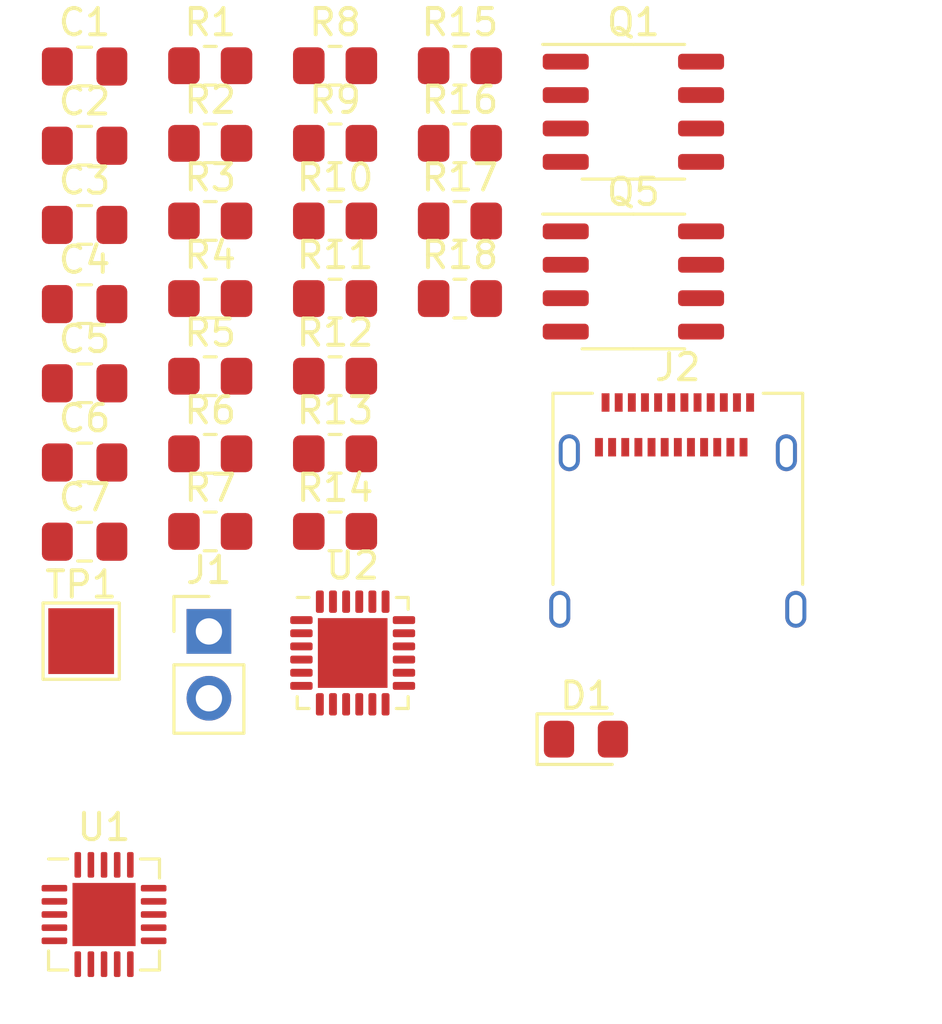
<source format=kicad_pcb>
(kicad_pcb (version 20221018) (generator pcbnew)
  (layers (0 "F.Cu" signal) (31 "B.Cu" signal) (34 "B.Paste" user) (35 "F.Paste" user) (36 "B.SilkS" user "B.Silkscreen") (37 "F.SilkS" user "F.Silkscreen") (38 "B.Mask" user) (39 "F.Mask" user) (44 "Edge.Cuts" user))
  (net 0 "")
  (net 1 "VREG_3V3")
  (net 2 "GND")
  (net 3 "Net-(U2-VCCD)")
  (net 4 "Net-(Q1A-D)")
  (net 5 "Net-(D2-A)")
  (net 6 "V_USB_OUT")
  (net 7 "Net-(D1-K)")
  (net 8 "Net-(D1-A)")
  (net 10 "/usb_input/CC1")
  (net 11 "USB_C_D+")
  (net 12 "USB_C_D-")
  (net 14 "/usb_input/CC2")
  (net 16 "Net-(Q1A-S)")
  (net 17 "Net-(Q1A-G-Pad2)")
  (net 18 "V_USB_SAFE")
  (net 19 "Net-(D2-K)")
  (net 20 "Net-(U2-FLIP)")
  (net 21 "Net-(U2-ISNK_COARSE)")
  (net 22 "Net-(U2-ISNK_FINE)")
  (net 23 "Net-(U2-VBUS_MIN)")
  (net 25 "Net-(U2-VBUS_MAX)")
  (net 26 "USB_C_GPIO")
  (net 27 "I2C_SDA")
  (net 28 "I2C_CLK")
  (net 29 "Net-(U2-VBUS_FET_EN)")
  (net 30 "Net-(U2-SAFE_PWR_EN)")
  (net 31 "Net-(U2-HPI_INT)")
  (net 45 "Net-(U1-GND)")
  (footprint "Resistor_SMD:R_0805_2012Metric_Pad1.20x1.40mm_HandSolder" (layer "F.Cu") (at 28.12 35.09)
    (fp_text reference "R6" (at 0 -1.65) (layer "F.SilkS"))
    (fp_text value "5.1k")
    (fp_line (start -0.227064 -0.735) (end 0.227064 -0.735) (stroke (width 0.12)) (layer "F.SilkS"))
    (fp_line (start -0.227064 0.735) (end 0.227064 0.735) (stroke (width 0.12)) (layer "F.SilkS"))
    (pad "1" smd roundrect (at -1 0) (size 1.2 1.4) (layers "F.Cu" "F.Paste" "F.Mask") (roundrect_rratio 0.208333) (net 1 "VREG_3V3"))
    (pad "2" smd roundrect (at 1 0) (size 1.2 1.4) (layers "F.Cu" "F.Paste" "F.Mask") (roundrect_rratio 0.208333) (net 23 "Net-(U2-VBUS_MIN)"))
  )
  (footprint "Capacitor_SMD:C_0805_2012Metric_Pad1.18x1.45mm_HandSolder" (layer "F.Cu") (at 23.34 20.37)
    (fp_text reference "C1" (at 0 -1.68) (layer "F.SilkS"))
    (fp_text value "1u")
    (fp_line (start -0.261252 -0.735) (end 0.261252 -0.735) (stroke (width 0.12)) (layer "F.SilkS"))
    (fp_line (start -0.261252 0.735) (end 0.261252 0.735) (stroke (width 0.12)) (layer "F.SilkS"))
    (pad "1" smd roundrect (at -1.0375 0) (size 1.175 1.45) (layers "F.Cu" "F.Paste" "F.Mask") (roundrect_rratio 0.212766) (net 1 "VREG_3V3"))
    (pad "2" smd roundrect (at 1.0375 0) (size 1.175 1.45) (layers "F.Cu" "F.Paste" "F.Mask") (roundrect_rratio 0.212766) (net 2 "GND"))
  )
  (footprint "Resistor_SMD:R_0805_2012Metric_Pad1.20x1.40mm_HandSolder" (layer "F.Cu") (at 28.12 38.04)
    (fp_text reference "R7" (at 0 -1.65) (layer "F.SilkS"))
    (fp_text value "5.1k")
    (fp_line (start -0.227064 -0.735) (end 0.227064 -0.735) (stroke (width 0.12)) (layer "F.SilkS"))
    (fp_line (start -0.227064 0.735) (end 0.227064 0.735) (stroke (width 0.12)) (layer "F.SilkS"))
    (pad "1" smd roundrect (at -1 0) (size 1.2 1.4) (layers "F.Cu" "F.Paste" "F.Mask") (roundrect_rratio 0.208333) (net 23 "Net-(U2-VBUS_MIN)"))
    (pad "2" smd roundrect (at 1 0) (size 1.2 1.4) (layers "F.Cu" "F.Paste" "F.Mask") (roundrect_rratio 0.208333) (net 2 "GND"))
  )
  (footprint "Resistor_SMD:R_0805_2012Metric_Pad1.20x1.40mm_HandSolder" (layer "F.Cu") (at 28.12 20.34)
    (fp_text reference "R1" (at 0 -1.65) (layer "F.SilkS"))
    (fp_text value "4.7K")
    (fp_line (start -0.227064 -0.735) (end 0.227064 -0.735) (stroke (width 0.12)) (layer "F.SilkS"))
    (fp_line (start -0.227064 0.735) (end 0.227064 0.735) (stroke (width 0.12)) (layer "F.SilkS"))
    (pad "1" smd roundrect (at -1 0) (size 1.2 1.4) (layers "F.Cu" "F.Paste" "F.Mask") (roundrect_rratio 0.208333) (net 1 "VREG_3V3"))
    (pad "2" smd roundrect (at 1 0) (size 1.2 1.4) (layers "F.Cu" "F.Paste" "F.Mask") (roundrect_rratio 0.208333) (net 20 "Net-(U2-FLIP)"))
  )
  (footprint "Capacitor_SMD:C_0805_2012Metric_Pad1.18x1.45mm_HandSolder" (layer "F.Cu") (at 23.34 38.43)
    (fp_text reference "C7" (at 0 -1.68) (layer "F.SilkS"))
    (fp_text value "1u")
    (fp_line (start -0.261252 -0.735) (end 0.261252 -0.735) (stroke (width 0.12)) (layer "F.SilkS"))
    (fp_line (start -0.261252 0.735) (end 0.261252 0.735) (stroke (width 0.12)) (layer "F.SilkS"))
    (pad "1" smd roundrect (at -1.0375 0) (size 1.175 1.45) (layers "F.Cu" "F.Paste" "F.Mask") (roundrect_rratio 0.212766) (net 6 "V_USB_OUT"))
    (pad "2" smd roundrect (at 1.0375 0) (size 1.175 1.45) (layers "F.Cu" "F.Paste" "F.Mask") (roundrect_rratio 0.212766) (net 5 "Net-(D2-A)"))
  )
  (footprint "Resistor_SMD:R_0805_2012Metric_Pad1.20x1.40mm_HandSolder" (layer "F.Cu") (at 28.12 26.24)
    (fp_text reference "R3" (at 0 -1.65) (layer "F.SilkS"))
    (fp_text value "5.1k")
    (fp_line (start -0.227064 -0.735) (end 0.227064 -0.735) (stroke (width 0.12)) (layer "F.SilkS"))
    (fp_line (start -0.227064 0.735) (end 0.227064 0.735) (stroke (width 0.12)) (layer "F.SilkS"))
    (pad "1" smd roundrect (at -1 0) (size 1.2 1.4) (layers "F.Cu" "F.Paste" "F.Mask") (roundrect_rratio 0.208333) (net 21 "Net-(U2-ISNK_COARSE)"))
    (pad "2" smd roundrect (at 1 0) (size 1.2 1.4) (layers "F.Cu" "F.Paste" "F.Mask") (roundrect_rratio 0.208333) (net 2 "GND"))
  )
  (footprint "Resistor_SMD:R_0805_2012Metric_Pad1.20x1.40mm_HandSolder" (layer "F.Cu") (at 32.87 26.24)
    (fp_text reference "R10" (at 0 -1.65) (layer "F.SilkS"))
    (fp_text value "660")
    (fp_line (start -0.227064 -0.735) (end 0.227064 -0.735) (stroke (width 0.12)) (layer "F.SilkS"))
    (fp_line (start -0.227064 0.735) (end 0.227064 0.735) (stroke (width 0.12)) (layer "F.SilkS"))
    (pad "1" smd roundrect (at -1 0) (size 1.2 1.4) (layers "F.Cu" "F.Paste" "F.Mask") (roundrect_rratio 0.208333) (net 7 "Net-(D1-K)"))
    (pad "2" smd roundrect (at 1 0) (size 1.2 1.4) (layers "F.Cu" "F.Paste" "F.Mask") (roundrect_rratio 0.208333) (net 2 "GND"))
  )
  (footprint "Capacitor_SMD:C_0805_2012Metric_Pad1.18x1.45mm_HandSolder" (layer "F.Cu") (at 23.34 23.38)
    (fp_text reference "C2" (at 0 -1.68) (layer "F.SilkS"))
    (fp_text value "0.1u")
    (fp_line (start -0.261252 -0.735) (end 0.261252 -0.735) (stroke (width 0.12)) (layer "F.SilkS"))
    (fp_line (start -0.261252 0.735) (end 0.261252 0.735) (stroke (width 0.12)) (layer "F.SilkS"))
    (pad "1" smd roundrect (at -1.0375 0) (size 1.175 1.45) (layers "F.Cu" "F.Paste" "F.Mask") (roundrect_rratio 0.212766) (net 1 "VREG_3V3"))
    (pad "2" smd roundrect (at 1.0375 0) (size 1.175 1.45) (layers "F.Cu" "F.Paste" "F.Mask") (roundrect_rratio 0.212766) (net 2 "GND"))
  )
  (footprint "Package_SO:SO-8_3.9x4.9mm_P1.27mm" (layer "F.Cu") (at 44.22 22.09)
    (fp_text reference "Q1" (at 0 -3.4) (layer "F.SilkS"))
    (fp_text value "DMP3036SSD")
    (fp_line (start 0 -2.56) (end -3.45 -2.56) (stroke (width 0.12)) (layer "F.SilkS"))
    (fp_line (start 0 -2.56) (end 1.95 -2.56) (stroke (width 0.12)) (layer "F.SilkS"))
    (fp_line (start 0 2.56) (end -1.95 2.56) (stroke (width 0.12)) (layer "F.SilkS"))
    (fp_line (start 0 2.56) (end 1.95 2.56) (stroke (width 0.12)) (layer "F.SilkS"))
    (pad "1" smd roundrect (at -2.575 -1.905) (size 1.75 0.6) (layers "F.Cu" "F.Paste" "F.Mask") (net 16 "Net-(Q1A-S)"))
    (pad "2" smd roundrect (at -2.575 -0.635) (size 1.75 0.6) (layers "F.Cu" "F.Paste" "F.Mask") (net 17 "Net-(Q1A-G-Pad2)"))
    (pad "3" smd roundrect (at -2.575 0.635) (size 1.75 0.6) (layers "F.Cu" "F.Paste" "F.Mask") (net 16 "Net-(Q1A-S)"))
    (pad "4" smd roundrect (at -2.575 1.905) (size 1.75 0.6) (layers "F.Cu" "F.Paste" "F.Mask") (net 17 "Net-(Q1A-G-Pad2)"))
    (pad "5" smd roundrect (at 2.575 1.905) (size 1.75 0.6) (layers "F.Cu" "F.Paste" "F.Mask") (net 18 "V_USB_SAFE"))
    (pad "6" smd roundrect (at 2.575 0.635) (size 1.75 0.6) (layers "F.Cu" "F.Paste" "F.Mask") (net 18 "V_USB_SAFE"))
    (pad "7" smd roundrect (at 2.575 -0.635) (size 1.75 0.6) (layers "F.Cu" "F.Paste" "F.Mask") (net 4 "Net-(Q1A-D)"))
    (pad "8" smd roundrect (at 2.575 -1.905) (size 1.75 0.6) (layers "F.Cu" "F.Paste" "F.Mask") (net 4 "Net-(Q1A-D)"))
  )
  (footprint "Resistor_SMD:R_0805_2012Metric_Pad1.20x1.40mm_HandSolder" (layer "F.Cu") (at 37.62 20.34)
    (fp_text reference "R15" (at 0 -1.65) (layer "F.SilkS"))
    (fp_text value "10k")
    (fp_line (start -0.227064 -0.735) (end 0.227064 -0.735) (stroke (width 0.12)) (layer "F.SilkS"))
    (fp_line (start -0.227064 0.735) (end 0.227064 0.735) (stroke (width 0.12)) (layer "F.SilkS"))
    (pad "1" smd roundrect (at -1 0) (size 1.2 1.4) (layers "F.Cu" "F.Paste" "F.Mask") (roundrect_rratio 0.208333) (net 4 "Net-(Q1A-D)"))
    (pad "2" smd roundrect (at 1 0) (size 1.2 1.4) (layers "F.Cu" "F.Paste" "F.Mask") (roundrect_rratio 0.208333) (net 5 "Net-(D2-A)"))
  )
  (footprint "TestPoint:TestPoint_Pad_2.5x2.5mm" (layer "F.Cu") (at 23.21 42.21)
    (fp_text reference "TP1" (at 0 -2.148) (layer "F.SilkS"))
    (fp_text value "HPI_INT")
    (fp_line (start -1.45 -1.45) (end 1.45 -1.45) (stroke (width 0.12)) (layer "F.SilkS"))
    (fp_line (start -1.45 1.45) (end -1.45 -1.45) (stroke (width 0.12)) (layer "F.SilkS"))
    (fp_line (start 1.45 -1.45) (end 1.45 1.45) (stroke (width 0.12)) (layer "F.SilkS"))
    (fp_line (start 1.45 1.45) (end -1.45 1.45) (stroke (width 0.12)) (layer "F.SilkS"))
    (pad "1" smd rect (at 0 0) (size 2.5 2.5) (layers "F.Cu" "F.Mask") (net 31 "Net-(U2-HPI_INT)"))
  )
  (footprint "Resistor_SMD:R_0805_2012Metric_Pad1.20x1.40mm_HandSolder" (layer "F.Cu") (at 32.87 32.14)
    (fp_text reference "R12" (at 0 -1.65) (layer "F.SilkS"))
    (fp_text value "2.2k")
    (fp_line (start -0.227064 -0.735) (end 0.227064 -0.735) (stroke (width 0.12)) (layer "F.SilkS"))
    (fp_line (start -0.227064 0.735) (end 0.227064 0.735) (stroke (width 0.12)) (layer "F.SilkS"))
    (pad "1" smd roundrect (at -1 0) (size 1.2 1.4) (layers "F.Cu" "F.Paste" "F.Mask") (roundrect_rratio 0.208333) (net 1 "VREG_3V3"))
    (pad "2" smd roundrect (at 1 0) (size 1.2 1.4) (layers "F.Cu" "F.Paste" "F.Mask") (roundrect_rratio 0.208333) (net 27 "I2C_SDA"))
  )
  (footprint "Package_DFN_QFN:Texas_S-PVQFN-N20_EP2.4x2.4mm" (layer "F.Cu") (at 24.08 52.6)
    (fp_text reference "U1" (at 0 -3.32) (layer "F.SilkS"))
    (fp_text value "BQ24725A")
    (fp_line (start -2.11 2.11) (end -2.11 1.385) (stroke (width 0.12)) (layer "F.SilkS"))
    (fp_line (start -1.385 -2.11) (end -2.11 -2.11) (stroke (width 0.12)) (layer "F.SilkS"))
    (fp_line (start -1.385 2.11) (end -2.11 2.11) (stroke (width 0.12)) (layer "F.SilkS"))
    (fp_line (start 1.385 -2.11) (end 2.11 -2.11) (stroke (width 0.12)) (layer "F.SilkS"))
    (fp_line (start 1.385 2.11) (end 2.11 2.11) (stroke (width 0.12)) (layer "F.SilkS"))
    (fp_line (start 2.11 -2.11) (end 2.11 -1.385) (stroke (width 0.12)) (layer "F.SilkS"))
    (fp_line (start 2.11 2.11) (end 2.11 1.385) (stroke (width 0.12)) (layer "F.SilkS"))
    (pad "1" smd roundrect (at -1.8875 -1) (size 0.975 0.25) (layers "F.Cu" "F.Paste" "F.Mask"))
    (pad "2" smd roundrect (at -1.8875 -0.5) (size 0.975 0.25) (layers "F.Cu" "F.Paste" "F.Mask"))
    (pad "3" smd roundrect (at -1.8875 0) (size 0.975 0.25) (layers "F.Cu" "F.Paste" "F.Mask"))
    (pad "4" smd roundrect (at -1.8875 0.5) (size 0.975 0.25) (layers "F.Cu" "F.Paste" "F.Mask"))
    (pad "5" smd roundrect (at -1.8875 1) (size 0.975 0.25) (layers "F.Cu" "F.Paste" "F.Mask"))
    (pad "6" smd roundrect (at -1 1.8875) (size 0.25 0.975) (layers "F.Cu" "F.Paste" "F.Mask"))
    (pad "7" smd roundrect (at -0.5 1.8875) (size 0.25 0.975) (layers "F.Cu" "F.Paste" "F.Mask"))
    (pad "8" smd roundrect (at 0 1.8875) (size 0.25 0.975) (layers "F.Cu" "F.Paste" "F.Mask"))
    (pad "9" smd roundrect (at 0.5 1.8875) (size 0.25 0.975) (layers "F.Cu" "F.Paste" "F.Mask"))
    (pad "10" smd roundrect (at 1 1.8875) (size 0.25 0.975) (layers "F.Cu" "F.Paste" "F.Mask"))
    (pad "11" smd roundrect (at 1.8875 1) (size 0.975 0.25) (layers "F.Cu" "F.Paste" "F.Mask"))
    (pad "12" smd roundrect (at 1.8875 0.5) (size 0.975 0.25) (layers "F.Cu" "F.Paste" "F.Mask"))
    (pad "13" smd roundrect (at 1.8875 0) (size 0.975 0.25) (layers "F.Cu" "F.Paste" "F.Mask"))
    (pad "14" smd roundrect (at 1.8875 -0.5) (size 0.975 0.25) (layers "F.Cu" "F.Paste" "F.Mask") (net 45 "Net-(U1-GND)"))
    (pad "15" smd roundrect (at 1.8875 -1) (size 0.975 0.25) (layers "F.Cu" "F.Paste" "F.Mask"))
    (pad "16" smd roundrect (at 1 -1.8875) (size 0.25 0.975) (layers "F.Cu" "F.Paste" "F.Mask"))
    (pad "17" smd roundrect (at 0.5 -1.8875) (size 0.25 0.975) (layers "F.Cu" "F.Paste" "F.Mask"))
    (pad "18" smd roundrect (at 0 -1.8875) (size 0.25 0.975) (layers "F.Cu" "F.Paste" "F.Mask"))
    (pad "19" smd roundrect (at -0.5 -1.8875) (size 0.25 0.975) (layers "F.Cu" "F.Paste" "F.Mask"))
    (pad "20" smd roundrect (at -1 -1.8875) (size 0.25 0.975) (layers "F.Cu" "F.Paste" "F.Mask"))
    (pad "21" smd rect (at 0 0) (size 2.4 2.4) (layers "F.Cu" "F.Mask") (net 45 "Net-(U1-GND)"))
  )
  (footprint "Resistor_SMD:R_0805_2012Metric_Pad1.20x1.40mm_HandSolder" (layer "F.Cu") (at 37.62 26.24)
    (fp_text reference "R17" (at 0 -1.65) (layer "F.SilkS"))
    (fp_text value "1k")
    (fp_line (start -0.227064 -0.735) (end 0.227064 -0.735) (stroke (width 0.12)) (layer "F.SilkS"))
    (fp_line (start -0.227064 0.735) (end 0.227064 0.735) (stroke (width 0.12)) (layer "F.SilkS"))
    (pad "1" smd roundrect (at -1 0) (size 1.2 1.4) (layers "F.Cu" "F.Paste" "F.Mask") (roundrect_rratio 0.208333) (net 17 "Net-(Q1A-G-Pad2)"))
    (pad "2" smd roundrect (at 1 0) (size 1.2 1.4) (layers "F.Cu" "F.Paste" "F.Mask") (roundrect_rratio 0.208333) (net 30 "Net-(U2-SAFE_PWR_EN)"))
  )
  (footprint "Capacitor_SMD:C_0805_2012Metric_Pad1.18x1.45mm_HandSolder" (layer "F.Cu") (at 23.34 29.4)
    (fp_text reference "C4" (at 0 -1.68) (layer "F.SilkS"))
    (fp_text value "1u")
    (fp_line (start -0.261252 -0.735) (end 0.261252 -0.735) (stroke (width 0.12)) (layer "F.SilkS"))
    (fp_line (start -0.261252 0.735) (end 0.261252 0.735) (stroke (width 0.12)) (layer "F.SilkS"))
    (pad "1" smd roundrect (at -1.0375 0) (size 1.175 1.45) (layers "F.Cu" "F.Paste" "F.Mask") (roundrect_rratio 0.212766) (net 3 "Net-(U2-VCCD)"))
    (pad "2" smd roundrect (at 1.0375 0) (size 1.175 1.45) (layers "F.Cu" "F.Paste" "F.Mask") (roundrect_rratio 0.212766) (net 2 "GND"))
  )
  (footprint "Capacitor_SMD:C_0805_2012Metric_Pad1.18x1.45mm_HandSolder" (layer "F.Cu") (at 23.34 32.41)
    (fp_text reference "C5" (at 0 -1.68) (layer "F.SilkS"))
    (fp_text value "3.3u")
    (fp_line (start -0.261252 -0.735) (end 0.261252 -0.735) (stroke (width 0.12)) (layer "F.SilkS"))
    (fp_line (start -0.261252 0.735) (end 0.261252 0.735) (stroke (width 0.12)) (layer "F.SilkS"))
    (pad "1" smd roundrect (at -1.0375 0) (size 1.175 1.45) (layers "F.Cu" "F.Paste" "F.Mask") (roundrect_rratio 0.212766) (net 4 "Net-(Q1A-D)"))
    (pad "2" smd roundrect (at 1.0375 0) (size 1.175 1.45) (layers "F.Cu" "F.Paste" "F.Mask") (roundrect_rratio 0.212766) (net 2 "GND"))
  )
  (footprint "Resistor_SMD:R_0805_2012Metric_Pad1.20x1.40mm_HandSolder" (layer "F.Cu") (at 37.62 23.29)
    (fp_text reference "R16" (at 0 -1.65) (layer "F.SilkS"))
    (fp_text value "1k")
    (fp_line (start -0.227064 -0.735) (end 0.227064 -0.735) (stroke (width 0.12)) (layer "F.SilkS"))
    (fp_line (start -0.227064 0.735) (end 0.227064 0.735) (stroke (width 0.12)) (layer "F.SilkS"))
    (pad "1" smd roundrect (at -1 0) (size 1.2 1.4) (layers "F.Cu" "F.Paste" "F.Mask") (roundrect_rratio 0.208333) (net 5 "Net-(D2-A)"))
    (pad "2" smd roundrect (at 1 0) (size 1.2 1.4) (layers "F.Cu" "F.Paste" "F.Mask") (roundrect_rratio 0.208333) (net 29 "Net-(U2-VBUS_FET_EN)"))
  )
  (footprint "Capacitor_SMD:C_0805_2012Metric_Pad1.18x1.45mm_HandSolder" (layer "F.Cu") (at 23.34 26.39)
    (fp_text reference "C3" (at 0 -1.68) (layer "F.SilkS"))
    (fp_text value "0.1u")
    (fp_line (start -0.261252 -0.735) (end 0.261252 -0.735) (stroke (width 0.12)) (layer "F.SilkS"))
    (fp_line (start -0.261252 0.735) (end 0.261252 0.735) (stroke (width 0.12)) (layer "F.SilkS"))
    (pad "1" smd roundrect (at -1.0375 0) (size 1.175 1.45) (layers "F.Cu" "F.Paste" "F.Mask") (roundrect_rratio 0.212766) (net 1 "VREG_3V3"))
    (pad "2" smd roundrect (at 1.0375 0) (size 1.175 1.45) (layers "F.Cu" "F.Paste" "F.Mask") (roundrect_rratio 0.212766) (net 2 "GND"))
  )
  (footprint "Resistor_SMD:R_0805_2012Metric_Pad1.20x1.40mm_HandSolder" (layer "F.Cu") (at 28.12 29.19)
    (fp_text reference "R4" (at 0 -1.65) (layer "F.SilkS"))
    (fp_text value "N/A")
    (fp_line (start -0.227064 -0.735) (end 0.227064 -0.735) (stroke (width 0.12)) (layer "F.SilkS"))
    (fp_line (start -0.227064 0.735) (end 0.227064 0.735) (stroke (width 0.12)) (layer "F.SilkS"))
    (pad "1" smd roundrect (at -1 0) (size 1.2 1.4) (layers "F.Cu" "F.Paste" "F.Mask") (roundrect_rratio 0.208333) (net 1 "VREG_3V3"))
    (pad "2" smd roundrect (at 1 0) (size 1.2 1.4) (layers "F.Cu" "F.Paste" "F.Mask") (roundrect_rratio 0.208333) (net 22 "Net-(U2-ISNK_FINE)"))
  )
  (footprint "Resistor_SMD:R_0805_2012Metric_Pad1.20x1.40mm_HandSolder" (layer "F.Cu") (at 37.62 29.19)
    (fp_text reference "R18" (at 0 -1.65) (layer "F.SilkS"))
    (fp_text value "49.9k")
    (fp_line (start -0.227064 -0.735) (end 0.227064 -0.735) (stroke (width 0.12)) (layer "F.SilkS"))
    (fp_line (start -0.227064 0.735) (end 0.227064 0.735) (stroke (width 0.12)) (layer "F.SilkS"))
    (pad "1" smd roundrect (at -1 0) (size 1.2 1.4) (layers "F.Cu" "F.Paste" "F.Mask") (roundrect_rratio 0.208333) (net 4 "Net-(Q1A-D)"))
    (pad "2" smd roundrect (at 1 0) (size 1.2 1.4) (layers "F.Cu" "F.Paste" "F.Mask") (roundrect_rratio 0.208333) (net 17 "Net-(Q1A-G-Pad2)"))
  )
  (footprint "Resistor_SMD:R_0805_2012Metric_Pad1.20x1.40mm_HandSolder" (layer "F.Cu") (at 32.87 35.09)
    (fp_text reference "R13" (at 0 -1.65) (layer "F.SilkS"))
    (fp_text value "2.2k")
    (fp_line (start -0.227064 -0.735) (end 0.227064 -0.735) (stroke (width 0.12)) (layer "F.SilkS"))
    (fp_line (start -0.227064 0.735) (end 0.227064 0.735) (stroke (width 0.12)) (layer "F.SilkS"))
    (pad "1" smd roundrect (at -1 0) (size 1.2 1.4) (layers "F.Cu" "F.Paste" "F.Mask") (roundrect_rratio 0.208333) (net 1 "VREG_3V3"))
    (pad "2" smd roundrect (at 1 0) (size 1.2 1.4) (layers "F.Cu" "F.Paste" "F.Mask") (roundrect_rratio 0.208333) (net 28 "I2C_CLK"))
  )
  (footprint "Connector_USB:USB_C_Receptacle_Amphenol_12401610E4-2A" (layer "F.Cu") (at 45.91 38.16)
    (fp_text reference "J2" (at 0 -6.36) (layer "F.SilkS"))
    (fp_text value "USB_C_Receptacle_USB2.0")
    (fp_line (start -4.75 -5.37) (end -4.75 1.89) (stroke (width 0.12)) (layer "F.SilkS"))
    (fp_line (start -4.75 -5.37) (end -3.25 -5.37) (stroke (width 0.12)) (layer "F.SilkS"))
    (fp_line (start 3.25 -5.37) (end 4.75 -5.37) (stroke (width 0.12)) (layer "F.SilkS"))
    (fp_line (start 4.75 -5.37) (end 4.75 1.89) (stroke (width 0.12)) (layer "F.SilkS"))
    (pad "" np_thru_hole circle (at -3.6 -4.36) (size 0.65 0.65) (drill 0.65) (layers "*.Cu" "*.Mask"))
    (pad "" np_thru_hole oval (at 3.6 -4.36) (size 0.95 0.65) (drill oval 0.95 0.65) (layers "*.Cu" "*.Mask"))
    (pad "A1" smd rect (at -2.75 -5.02) (size 0.3 0.7) (layers "F.Cu" "F.Paste" "F.Mask") (net 2 "GND"))
    (pad "A2" smd rect (at -2.25 -5.02) (size 0.3 0.7) (layers "F.Cu" "F.Paste" "F.Mask"))
    (pad "A3" smd rect (at -1.75 -5.02) (size 0.3 0.7) (layers "F.Cu" "F.Paste" "F.Mask"))
    (pad "A4" smd rect (at -1.25 -5.02) (size 0.3 0.7) (layers "F.Cu" "F.Paste" "F.Mask") (net 4 "Net-(Q1A-D)"))
    (pad "A5" smd rect (at -0.75 -5.02) (size 0.3 0.7) (layers "F.Cu" "F.Paste" "F.Mask") (net 10 "/usb_input/CC1"))
    (pad "A6" smd rect (at -0.25 -5.02) (size 0.3 0.7) (layers "F.Cu" "F.Paste" "F.Mask") (net 11 "USB_C_D+"))
    (pad "A7" smd rect (at 0.25 -5.02) (size 0.3 0.7) (layers "F.Cu" "F.Paste" "F.Mask") (net 12 "USB_C_D-"))
    (pad "A8" smd rect (at 0.75 -5.02) (size 0.3 0.7) (layers "F.Cu" "F.Paste" "F.Mask"))
    (pad "A9" smd rect (at 1.25 -5.02) (size 0.3 0.7) (layers "F.Cu" "F.Paste" "F.Mask") (net 4 "Net-(Q1A-D)"))
    (pad "A10" smd rect (at 1.75 -5.02) (size 0.3 0.7) (layers "F.Cu" "F.Paste" "F.Mask"))
    (pad "A11" smd rect (at 2.25 -5.02) (size 0.3 0.7) (layers "F.Cu" "F.Paste" "F.Mask"))
    (pad "A12" smd rect (at 2.75 -5.02) (size 0.3 0.7) (layers "F.Cu" "F.Paste" "F.Mask") (net 2 "GND"))
    (pad "B1" smd rect (at 2.5 -3.32) (size 0.3 0.7) (layers "F.Cu" "F.Paste" "F.Mask") (net 2 "GND"))
    (pad "B2" smd rect (at 2 -3.32) (size 0.3 0.7) (layers "F.Cu" "F.Paste" "F.Mask"))
    (pad "B3" smd rect (at 1.5 -3.32) (size 0.3 0.7) (layers "F.Cu" "F.Paste" "F.Mask"))
    (pad "B4" smd rect (at 1 -3.32) (size 0.3 0.7) (layers "F.Cu" "F.Paste" "F.Mask") (net 4 "Net-(Q1A-D)"))
    (pad "B5" smd rect (at 0.5 -3.32) (size 0.3 0.7) (layers "F.Cu" "F.Paste" "F.Mask") (net 14 "/usb_input/CC2"))
    (pad "B6" smd rect (at 0 -3.32) (size 0.3 0.7) (layers "F.Cu" "F.Paste" "F.Mask") (net 11 "USB_C_D+"))
    (pad "B7" smd rect (at -0.5 -3.32) (size 0.3 0.7) (layers "F.Cu" "F.Paste" "F.Mask") (net 12 "USB_C_D-"))
    (pad "B8" smd rect (at -1 -3.32) (size 0.3 0.7) (layers "F.Cu" "F.Paste" "F.Mask"))
    (pad "B9" smd rect (at -1.5 -3.32) (size 0.3 0.7) (layers "F.Cu" "F.Paste" "F.Mask") (net 4 "Net-(Q1A-D)"))
    (pad "B10" smd rect (at -2 -3.32) (size 0.3 0.7) (layers "F.Cu" "F.Paste" "F.Mask"))
    (pad "B11" smd rect (at -2.5 -3.32) (size 0.3 0.7) (layers "F.Cu" "F.Paste" "F.Mask"))
    (pad "B12" smd rect (at -3 -3.32) (size 0.3 0.7) (layers "F.Cu" "F.Paste" "F.Mask") (net 2 "GND"))
    (pad "S1" thru_hole oval (at -4.49 2.84) (size 0.8 1.4) (drill oval 0.5 1.1) (layers "*.Cu" "*.Mask") (net 2 "GND"))
    (pad "S1" thru_hole oval (at -4.13 -3.11) (size 0.8 1.4) (drill oval 0.5 1.1) (layers "*.Cu" "*.Mask") (net 2 "GND"))
    (pad "S1" thru_hole oval (at 4.13 -3.11) (size 0.8 1.4) (drill oval 0.5 1.1) (layers "*.Cu" "*.Mask") (net 2 "GND"))
    (pad "S1" thru_hole oval (at 4.49 2.84) (size 0.8 1.4) (drill oval 0.5 1.1) (layers "*.Cu" "*.Mask") (net 2 "GND"))
  )
  (footprint "Resistor_SMD:R_0805_2012Metric_Pad1.20x1.40mm_HandSolder" (layer "F.Cu") (at 32.87 38.04)
    (fp_text reference "R14" (at 0 -1.65) (layer "F.SilkS"))
    (fp_text value "49.9k")
    (fp_line (start -0.227064 -0.735) (end 0.227064 -0.735) (stroke (width 0.12)) (layer "F.SilkS"))
    (fp_line (start -0.227064 0.735) (end 0.227064 0.735) (stroke (width 0.12)) (layer "F.SilkS"))
    (pad "1" smd roundrect (at -1 0) (size 1.2 1.4) (layers "F.Cu" "F.Paste" "F.Mask") (roundrect_rratio 0.208333) (net 19 "Net-(D2-K)"))
    (pad "2" smd roundrect (at 1 0) (size 1.2 1.4) (layers "F.Cu" "F.Paste" "F.Mask") (roundrect_rratio 0.208333) (net 5 "Net-(D2-A)"))
  )
  (footprint "Package_SO:SO-8_3.9x4.9mm_P1.27mm" (layer "F.Cu") (at 44.22 28.54)
    (fp_text reference "Q5" (at 0 -3.4) (layer "F.SilkS"))
    (fp_text value "DMP3036SSD")
    (fp_line (start 0 -2.56) (end -3.45 -2.56) (stroke (width 0.12)) (layer "F.SilkS"))
    (fp_line (start 0 -2.56) (end 1.95 -2.56) (stroke (width 0.12)) (layer "F.SilkS"))
    (fp_line (start 0 2.56) (end -1.95 2.56) (stroke (width 0.12)) (layer "F.SilkS"))
    (fp_line (start 0 2.56) (end 1.95 2.56) (stroke (width 0.12)) (layer "F.SilkS"))
    (pad "1" smd roundrect (at -2.575 -1.905) (size 1.75 0.6) (layers "F.Cu" "F.Paste" "F.Mask") (net 19 "Net-(D2-K)"))
    (pad "2" smd roundrect (at -2.575 -0.635) (size 1.75 0.6) (layers "F.Cu" "F.Paste" "F.Mask") (net 5 "Net-(D2-A)"))
    (pad "3" smd roundrect (at -2.575 0.635) (size 1.75 0.6) (layers "F.Cu" "F.Paste" "F.Mask") (net 19 "Net-(D2-K)"))
    (pad "4" smd roundrect (at -2.575 1.905) (size 1.75 0.6) (layers "F.Cu" "F.Paste" "F.Mask") (net 5 "Net-(D2-A)"))
    (pad "5" smd roundrect (at 2.575 1.905) (size 1.75 0.6) (layers "F.Cu" "F.Paste" "F.Mask") (net 6 "V_USB_OUT"))
    (pad "6" smd roundrect (at 2.575 0.635) (size 1.75 0.6) (layers "F.Cu" "F.Paste" "F.Mask") (net 6 "V_USB_OUT"))
    (pad "7" smd roundrect (at 2.575 -0.635) (size 1.75 0.6) (layers "F.Cu" "F.Paste" "F.Mask") (net 4 "Net-(Q1A-D)"))
    (pad "8" smd roundrect (at 2.575 -1.905) (size 1.75 0.6) (layers "F.Cu" "F.Paste" "F.Mask") (net 4 "Net-(Q1A-D)"))
  )
  (footprint "Package_DFN_QFN:QFN-24-1EP_4x4mm_P0.5mm_EP2.65x2.65mm" (layer "F.Cu") (at 33.54 42.66)
    (fp_text reference "U2" (at 0 -3.32) (layer "F.SilkS"))
    (fp_text value "CYPD3177")
    (fp_line (start -2.11 2.11) (end -2.11 1.66) (stroke (width 0.12)) (layer "F.SilkS"))
    (fp_line (start -1.66 -2.11) (end -2.11 -2.11) (stroke (width 0.12)) (layer "F.SilkS"))
    (fp_line (start -1.66 2.11) (end -2.11 2.11) (stroke (width 0.12)) (layer "F.SilkS"))
    (fp_line (start 1.66 -2.11) (end 2.11 -2.11) (stroke (width 0.12)) (layer "F.SilkS"))
    (fp_line (start 1.66 2.11) (end 2.11 2.11) (stroke (width 0.12)) (layer "F.SilkS"))
    (fp_line (start 2.11 -2.11) (end 2.11 -1.66) (stroke (width 0.12)) (layer "F.SilkS"))
    (fp_line (start 2.11 2.11) (end 2.11 1.66) (stroke (width 0.12)) (layer "F.SilkS"))
    (pad "1" smd roundrect (at -1.95 -1.25) (size 0.85 0.3) (layers "F.Cu" "F.Paste" "F.Mask") (net 23 "Net-(U2-VBUS_MIN)"))
    (pad "2" smd roundrect (at -1.95 -0.75) (size 0.85 0.3) (layers "F.Cu" "F.Paste" "F.Mask") (net 25 "Net-(U2-VBUS_MAX)"))
    (pad "3" smd roundrect (at -1.95 -0.25) (size 0.85 0.3) (layers "F.Cu" "F.Paste" "F.Mask") (net 29 "Net-(U2-VBUS_FET_EN)"))
    (pad "4" smd roundrect (at -1.95 0.25) (size 0.85 0.3) (layers "F.Cu" "F.Paste" "F.Mask") (net 30 "Net-(U2-SAFE_PWR_EN)"))
    (pad "5" smd roundrect (at -1.95 0.75) (size 0.85 0.3) (layers "F.Cu" "F.Paste" "F.Mask") (net 21 "Net-(U2-ISNK_COARSE)"))
    (pad "6" smd roundrect (at -1.95 1.25) (size 0.85 0.3) (layers "F.Cu" "F.Paste" "F.Mask") (net 22 "Net-(U2-ISNK_FINE)"))
    (pad "7" smd roundrect (at -1.25 1.95) (size 0.3 0.85) (layers "F.Cu" "F.Paste" "F.Mask") (net 31 "Net-(U2-HPI_INT)"))
    (pad "8" smd roundrect (at -0.75 1.95) (size 0.3 0.85) (layers "F.Cu" "F.Paste" "F.Mask") (net 26 "USB_C_GPIO"))
    (pad "9" smd roundrect (at -0.25 1.95) (size 0.3 0.85) (layers "F.Cu" "F.Paste" "F.Mask") (net 8 "Net-(D1-A)"))
    (pad "10" smd roundrect (at 0.25 1.95) (size 0.3 0.85) (layers "F.Cu" "F.Paste" "F.Mask") (net 20 "Net-(U2-FLIP)"))
    (pad "11" smd roundrect (at 0.75 1.95) (size 0.3 0.85) (layers "F.Cu" "F.Paste" "F.Mask"))
    (pad "12" smd roundrect (at 1.25 1.95) (size 0.3 0.85) (layers "F.Cu" "F.Paste" "F.Mask") (net 27 "I2C_SDA"))
    (pad "13" smd roundrect (at 1.95 1.25) (size 0.85 0.3) (layers "F.Cu" "F.Paste" "F.Mask") (net 28 "I2C_CLK"))
    (pad "14" smd roundrect (at 1.95 0.75) (size 0.85 0.3) (layers "F.Cu" "F.Paste" "F.Mask") (net 14 "/usb_input/CC2"))
    (pad "15" smd roundrect (at 1.95 0.25) (size 0.85 0.3) (layers "F.Cu" "F.Paste" "F.Mask") (net 10 "/usb_input/CC1"))
    (pad "16" smd roundrect (at 1.95 -0.25) (size 0.85 0.3) (layers "F.Cu" "F.Paste" "F.Mask"))
    (pad "17" smd roundrect (at 1.95 -0.75) (size 0.85 0.3) (layers "F.Cu" "F.Paste" "F.Mask"))
    (pad "18" smd roundrect (at 1.95 -1.25) (size 0.85 0.3) (layers "F.Cu" "F.Paste" "F.Mask") (net 4 "Net-(Q1A-D)"))
    (pad "19" smd roundrect (at 1.25 -1.95) (size 0.3 0.85) (layers "F.Cu" "F.Paste" "F.Mask") (net 2 "GND"))
    (pad "20" smd roundrect (at 0.75 -1.95) (size 0.3 0.85) (layers "F.Cu" "F.Paste" "F.Mask"))
    (pad "21" smd roundrect (at 0.25 -1.95) (size 0.3 0.85) (layers "F.Cu" "F.Paste" "F.Mask"))
    (pad "22" smd roundrect (at -0.25 -1.95) (size 0.3 0.85) (layers "F.Cu" "F.Paste" "F.Mask") (net 2 "GND"))
    (pad "23" smd roundrect (at -0.75 -1.95) (size 0.3 0.85) (layers "F.Cu" "F.Paste" "F.Mask") (net 1 "VREG_3V3"))
    (pad "24" smd roundrect (at -1.25 -1.95) (size 0.3 0.85) (layers "F.Cu" "F.Paste" "F.Mask") (net 3 "Net-(U2-VCCD)"))
    (pad "25" smd rect (at 0 0) (size 2.65 2.65) (layers "F.Cu" "F.Mask"))
  )
  (footprint "Resistor_SMD:R_0805_2012Metric_Pad1.20x1.40mm_HandSolder" (layer "F.Cu") (at 32.87 29.19)
    (fp_text reference "R11" (at 0 -1.65) (layer "F.SilkS"))
    (fp_text value "5.1k")
    (fp_line (start -0.227064 -0.735) (end 0.227064 -0.735) (stroke (width 0.12)) (layer "F.SilkS"))
    (fp_line (start -0.227064 0.735) (end 0.227064 0.735) (stroke (width 0.12)) (layer "F.SilkS"))
    (pad "1" smd roundrect (at -1 0) (size 1.2 1.4) (layers "F.Cu" "F.Paste" "F.Mask") (roundrect_rratio 0.208333) (net 26 "USB_C_GPIO"))
    (pad "2" smd roundrect (at 1 0) (size 1.2 1.4) (layers "F.Cu" "F.Paste" "F.Mask") (roundrect_rratio 0.208333) (net 2 "GND"))
  )
  (footprint "Resistor_SMD:R_0805_2012Metric_Pad1.20x1.40mm_HandSolder" (layer "F.Cu") (at 28.12 23.29)
    (fp_text reference "R2" (at 0 -1.65) (layer "F.SilkS"))
    (fp_text value "5.1k")
    (fp_line (start -0.227064 -0.735) (end 0.227064 -0.735) (stroke (width 0.12)) (layer "F.SilkS"))
    (fp_line (start -0.227064 0.735) (end 0.227064 0.735) (stroke (width 0.12)) (layer "F.SilkS"))
    (pad "1" smd roundrect (at -1 0) (size 1.2 1.4) (layers "F.Cu" "F.Paste" "F.Mask") (roundrect_rratio 0.208333) (net 1 "VREG_3V3"))
    (pad "2" smd roundrect (at 1 0) (size 1.2 1.4) (layers "F.Cu" "F.Paste" "F.Mask") (roundrect_rratio 0.208333) (net 21 "Net-(U2-ISNK_COARSE)"))
  )
  (footprint "Resistor_SMD:R_0805_2012Metric_Pad1.20x1.40mm_HandSolder" (layer "F.Cu") (at 32.87 23.29)
    (fp_text reference "R9" (at 0 -1.65) (layer "F.SilkS"))
    (fp_text value "5.1k")
    (fp_line (start -0.227064 -0.735) (end 0.227064 -0.735) (stroke (width 0.12)) (layer "F.SilkS"))
    (fp_line (start -0.227064 0.735) (end 0.227064 0.735) (stroke (width 0.12)) (layer "F.SilkS"))
    (pad "1" smd roundrect (at -1 0) (size 1.2 1.4) (layers "F.Cu" "F.Paste" "F.Mask") (roundrect_rratio 0.208333) (net 25 "Net-(U2-VBUS_MAX)"))
    (pad "2" smd roundrect (at 1 0) (size 1.2 1.4) (layers "F.Cu" "F.Paste" "F.Mask") (roundrect_rratio 0.208333) (net 2 "GND"))
  )
  (footprint "Capacitor_SMD:C_0805_2012Metric_Pad1.18x1.45mm_HandSolder" (layer "F.Cu") (at 23.34 35.42)
    (fp_text reference "C6" (at 0 -1.68) (layer "F.SilkS"))
    (fp_text value "1u")
    (fp_line (start -0.261252 -0.735) (end 0.261252 -0.735) (stroke (width 0.12)) (layer "F.SilkS"))
    (fp_line (start -0.261252 0.735) (end 0.261252 0.735) (stroke (width 0.12)) (layer "F.SilkS"))
    (pad "1" smd roundrect (at -1.0375 0) (size 1.175 1.45) (layers "F.Cu" "F.Paste" "F.Mask") (roundrect_rratio 0.212766) (net 4 "Net-(Q1A-D)"))
    (pad "2" smd roundrect (at 1.0375 0) (size 1.175 1.45) (layers "F.Cu" "F.Paste" "F.Mask") (roundrect_rratio 0.212766) (net 5 "Net-(D2-A)"))
  )
  (footprint "Resistor_SMD:R_0805_2012Metric_Pad1.20x1.40mm_HandSolder" (layer "F.Cu") (at 32.87 20.34)
    (fp_text reference "R8" (at 0 -1.65) (layer "F.SilkS"))
    (fp_text value "0k")
    (fp_line (start -0.227064 -0.735) (end 0.227064 -0.735) (stroke (width 0.12)) (layer "F.SilkS"))
    (fp_line (start -0.227064 0.735) (end 0.227064 0.735) (stroke (width 0.12)) (layer "F.SilkS"))
    (pad "1" smd roundrect (at -1 0) (size 1.2 1.4) (layers "F.Cu" "F.Paste" "F.Mask") (roundrect_rratio 0.208333))
    (pad "2" smd roundrect (at 1 0) (size 1.2 1.4) (layers "F.Cu" "F.Paste" "F.Mask") (roundrect_rratio 0.208333) (net 25 "Net-(U2-VBUS_MAX)"))
  )
  (footprint "LED_SMD:LED_0805_2012Metric_Pad1.15x1.40mm_HandSolder" (layer "F.Cu") (at 42.415 45.935)
    (fp_text reference "D1" (at 0 -1.65) (layer "F.SilkS"))
    (fp_text value "LED")
    (fp_line (start -1.86 -0.96) (end -1.86 0.96) (stroke (width 0.12)) (layer "F.SilkS"))
    (fp_line (start -1.86 0.96) (end 1 0.96) (stroke (width 0.12)) (layer "F.SilkS"))
    (fp_line (start 1 -0.96) (end -1.86 -0.96) (stroke (width 0.12)) (layer "F.SilkS"))
    (pad "1" smd roundrect (at -1.025 0) (size 1.15 1.4) (layers "F.Cu" "F.Paste" "F.Mask") (roundrect_rratio 0.217391) (net 7 "Net-(D1-K)"))
    (pad "2" smd roundrect (at 1.025 0) (size 1.15 1.4) (layers "F.Cu" "F.Paste" "F.Mask") (roundrect_rratio 0.217391) (net 8 "Net-(D1-A)"))
  )
  (footprint "Resistor_SMD:R_0805_2012Metric_Pad1.20x1.40mm_HandSolder" (layer "F.Cu") (at 28.12 32.14)
    (fp_text reference "R5" (at 0 -1.65) (layer "F.SilkS"))
    (fp_text value "5.1k")
    (fp_line (start -0.227064 -0.735) (end 0.227064 -0.735) (stroke (width 0.12)) (layer "F.SilkS"))
    (fp_line (start -0.227064 0.735) (end 0.227064 0.735) (stroke (width 0.12)) (layer "F.SilkS"))
    (pad "1" smd roundrect (at -1 0) (size 1.2 1.4) (layers "F.Cu" "F.Paste" "F.Mask") (roundrect_rratio 0.208333) (net 22 "Net-(U2-ISNK_FINE)"))
    (pad "2" smd roundrect (at 1 0) (size 1.2 1.4) (layers "F.Cu" "F.Paste" "F.Mask") (roundrect_rratio 0.208333) (net 2 "GND"))
  )
  (footprint "Connector_PinHeader_2.54mm:PinHeader_1x02_P2.54mm_Vertical" (layer "F.Cu") (at 28.07 41.84)
    (fp_text reference "J1" (at 0 -2.33) (layer "F.SilkS"))
    (fp_text value "Conn_01x02_Male")
    (fp_line (start -1.33 -1.33) (end 0 -1.33) (stroke (width 0.12)) (layer "F.SilkS"))
    (fp_line (start -1.33 0) (end -1.33 -1.33) (stroke (width 0.12)) (layer "F.SilkS"))
    (fp_line (start -1.33 1.27) (end -1.33 3.87) (stroke (width 0.12)) (layer "F.SilkS"))
    (fp_line (start -1.33 1.27) (end 1.33 1.27) (stroke (width 0.12)) (layer "F.SilkS"))
    (fp_line (start -1.33 3.87) (end 1.33 3.87) (stroke (width 0.12)) (layer "F.SilkS"))
    (fp_line (start 1.33 1.27) (end 1.33 3.87) (stroke (width 0.12)) (layer "F.SilkS"))
    (pad "1" thru_hole rect (at 0 0) (size 1.7 1.7) (drill 1) (layers "*.Cu" "*.Mask") (net 2 "GND"))
    (pad "2" thru_hole oval (at 0 2.54) (size 1.7 1.7) (drill 1) (layers "*.Cu" "*.Mask"))
  )
)
</source>
